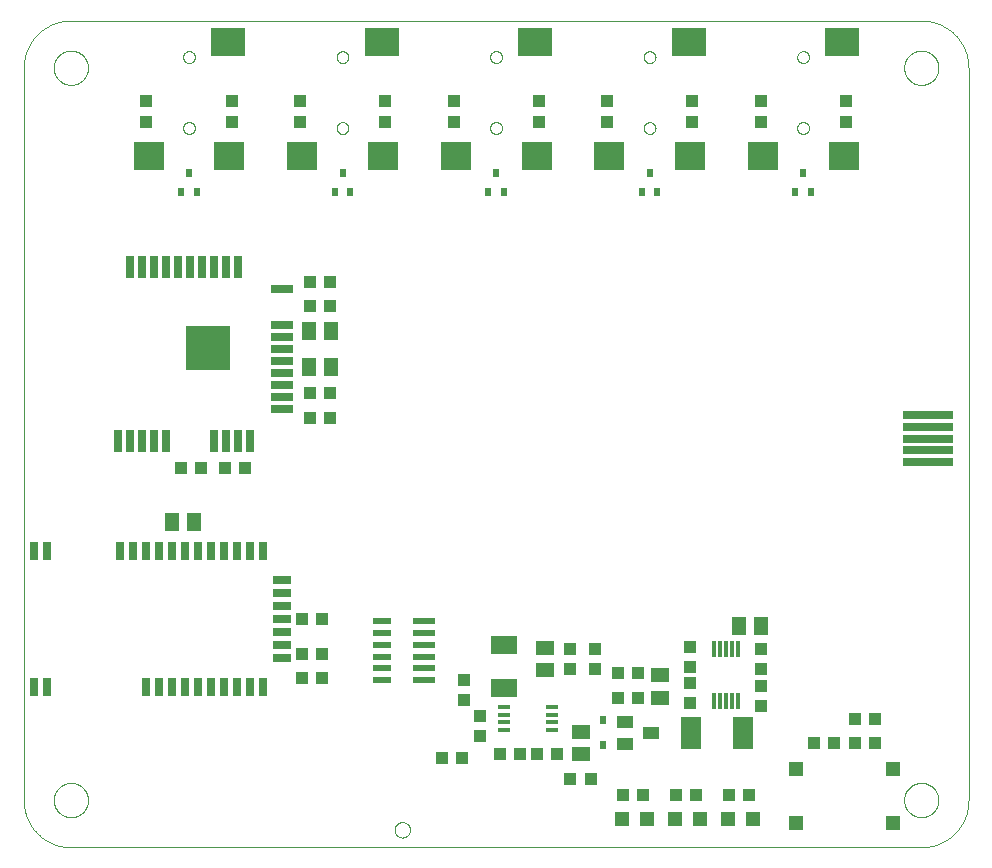
<source format=gbp>
G75*
%MOIN*%
%OFA0B0*%
%FSLAX25Y25*%
%IPPOS*%
%LPD*%
%AMOC8*
5,1,8,0,0,1.08239X$1,22.5*
%
%ADD10C,0.00000*%
%ADD11R,0.04331X0.03937*%
%ADD12R,0.05118X0.05906*%
%ADD13R,0.03937X0.04331*%
%ADD14R,0.05906X0.05118*%
%ADD15R,0.04724X0.04724*%
%ADD16R,0.02362X0.03150*%
%ADD17R,0.09055X0.05906*%
%ADD18R,0.07087X0.10630*%
%ADD19R,0.05512X0.03937*%
%ADD20R,0.05118X0.05118*%
%ADD21R,0.07480X0.02362*%
%ADD22R,0.06496X0.02362*%
%ADD23R,0.03937X0.01772*%
%ADD24R,0.01181X0.05512*%
%ADD25R,0.03150X0.07480*%
%ADD26R,0.07480X0.03150*%
%ADD27R,0.14567X0.14567*%
%ADD28R,0.02756X0.05906*%
%ADD29R,0.05906X0.02756*%
%ADD30R,0.11220X0.09449*%
%ADD31R,0.10433X0.09449*%
%ADD32R,0.16535X0.02756*%
D10*
X0017248Y0015345D02*
X0300713Y0015345D01*
X0295004Y0031093D02*
X0295006Y0031244D01*
X0295012Y0031394D01*
X0295022Y0031545D01*
X0295036Y0031695D01*
X0295054Y0031844D01*
X0295075Y0031994D01*
X0295101Y0032142D01*
X0295131Y0032290D01*
X0295164Y0032437D01*
X0295202Y0032583D01*
X0295243Y0032728D01*
X0295288Y0032872D01*
X0295337Y0033014D01*
X0295390Y0033155D01*
X0295446Y0033295D01*
X0295506Y0033433D01*
X0295569Y0033570D01*
X0295637Y0033705D01*
X0295707Y0033838D01*
X0295781Y0033969D01*
X0295859Y0034098D01*
X0295940Y0034225D01*
X0296024Y0034350D01*
X0296112Y0034473D01*
X0296203Y0034593D01*
X0296297Y0034711D01*
X0296394Y0034826D01*
X0296494Y0034939D01*
X0296597Y0035049D01*
X0296703Y0035156D01*
X0296812Y0035261D01*
X0296923Y0035362D01*
X0297037Y0035461D01*
X0297153Y0035556D01*
X0297273Y0035649D01*
X0297394Y0035738D01*
X0297518Y0035824D01*
X0297644Y0035907D01*
X0297772Y0035986D01*
X0297902Y0036062D01*
X0298034Y0036135D01*
X0298168Y0036203D01*
X0298304Y0036269D01*
X0298442Y0036331D01*
X0298581Y0036389D01*
X0298721Y0036443D01*
X0298863Y0036494D01*
X0299006Y0036541D01*
X0299151Y0036584D01*
X0299296Y0036623D01*
X0299443Y0036659D01*
X0299590Y0036690D01*
X0299738Y0036718D01*
X0299887Y0036742D01*
X0300036Y0036762D01*
X0300186Y0036778D01*
X0300336Y0036790D01*
X0300487Y0036798D01*
X0300638Y0036802D01*
X0300788Y0036802D01*
X0300939Y0036798D01*
X0301090Y0036790D01*
X0301240Y0036778D01*
X0301390Y0036762D01*
X0301539Y0036742D01*
X0301688Y0036718D01*
X0301836Y0036690D01*
X0301983Y0036659D01*
X0302130Y0036623D01*
X0302275Y0036584D01*
X0302420Y0036541D01*
X0302563Y0036494D01*
X0302705Y0036443D01*
X0302845Y0036389D01*
X0302984Y0036331D01*
X0303122Y0036269D01*
X0303258Y0036203D01*
X0303392Y0036135D01*
X0303524Y0036062D01*
X0303654Y0035986D01*
X0303782Y0035907D01*
X0303908Y0035824D01*
X0304032Y0035738D01*
X0304153Y0035649D01*
X0304273Y0035556D01*
X0304389Y0035461D01*
X0304503Y0035362D01*
X0304614Y0035261D01*
X0304723Y0035156D01*
X0304829Y0035049D01*
X0304932Y0034939D01*
X0305032Y0034826D01*
X0305129Y0034711D01*
X0305223Y0034593D01*
X0305314Y0034473D01*
X0305402Y0034350D01*
X0305486Y0034225D01*
X0305567Y0034098D01*
X0305645Y0033969D01*
X0305719Y0033838D01*
X0305789Y0033705D01*
X0305857Y0033570D01*
X0305920Y0033433D01*
X0305980Y0033295D01*
X0306036Y0033155D01*
X0306089Y0033014D01*
X0306138Y0032872D01*
X0306183Y0032728D01*
X0306224Y0032583D01*
X0306262Y0032437D01*
X0306295Y0032290D01*
X0306325Y0032142D01*
X0306351Y0031994D01*
X0306372Y0031844D01*
X0306390Y0031695D01*
X0306404Y0031545D01*
X0306414Y0031394D01*
X0306420Y0031244D01*
X0306422Y0031093D01*
X0306420Y0030942D01*
X0306414Y0030792D01*
X0306404Y0030641D01*
X0306390Y0030491D01*
X0306372Y0030342D01*
X0306351Y0030192D01*
X0306325Y0030044D01*
X0306295Y0029896D01*
X0306262Y0029749D01*
X0306224Y0029603D01*
X0306183Y0029458D01*
X0306138Y0029314D01*
X0306089Y0029172D01*
X0306036Y0029031D01*
X0305980Y0028891D01*
X0305920Y0028753D01*
X0305857Y0028616D01*
X0305789Y0028481D01*
X0305719Y0028348D01*
X0305645Y0028217D01*
X0305567Y0028088D01*
X0305486Y0027961D01*
X0305402Y0027836D01*
X0305314Y0027713D01*
X0305223Y0027593D01*
X0305129Y0027475D01*
X0305032Y0027360D01*
X0304932Y0027247D01*
X0304829Y0027137D01*
X0304723Y0027030D01*
X0304614Y0026925D01*
X0304503Y0026824D01*
X0304389Y0026725D01*
X0304273Y0026630D01*
X0304153Y0026537D01*
X0304032Y0026448D01*
X0303908Y0026362D01*
X0303782Y0026279D01*
X0303654Y0026200D01*
X0303524Y0026124D01*
X0303392Y0026051D01*
X0303258Y0025983D01*
X0303122Y0025917D01*
X0302984Y0025855D01*
X0302845Y0025797D01*
X0302705Y0025743D01*
X0302563Y0025692D01*
X0302420Y0025645D01*
X0302275Y0025602D01*
X0302130Y0025563D01*
X0301983Y0025527D01*
X0301836Y0025496D01*
X0301688Y0025468D01*
X0301539Y0025444D01*
X0301390Y0025424D01*
X0301240Y0025408D01*
X0301090Y0025396D01*
X0300939Y0025388D01*
X0300788Y0025384D01*
X0300638Y0025384D01*
X0300487Y0025388D01*
X0300336Y0025396D01*
X0300186Y0025408D01*
X0300036Y0025424D01*
X0299887Y0025444D01*
X0299738Y0025468D01*
X0299590Y0025496D01*
X0299443Y0025527D01*
X0299296Y0025563D01*
X0299151Y0025602D01*
X0299006Y0025645D01*
X0298863Y0025692D01*
X0298721Y0025743D01*
X0298581Y0025797D01*
X0298442Y0025855D01*
X0298304Y0025917D01*
X0298168Y0025983D01*
X0298034Y0026051D01*
X0297902Y0026124D01*
X0297772Y0026200D01*
X0297644Y0026279D01*
X0297518Y0026362D01*
X0297394Y0026448D01*
X0297273Y0026537D01*
X0297153Y0026630D01*
X0297037Y0026725D01*
X0296923Y0026824D01*
X0296812Y0026925D01*
X0296703Y0027030D01*
X0296597Y0027137D01*
X0296494Y0027247D01*
X0296394Y0027360D01*
X0296297Y0027475D01*
X0296203Y0027593D01*
X0296112Y0027713D01*
X0296024Y0027836D01*
X0295940Y0027961D01*
X0295859Y0028088D01*
X0295781Y0028217D01*
X0295707Y0028348D01*
X0295637Y0028481D01*
X0295569Y0028616D01*
X0295506Y0028753D01*
X0295446Y0028891D01*
X0295390Y0029031D01*
X0295337Y0029172D01*
X0295288Y0029314D01*
X0295243Y0029458D01*
X0295202Y0029603D01*
X0295164Y0029749D01*
X0295131Y0029896D01*
X0295101Y0030044D01*
X0295075Y0030192D01*
X0295054Y0030342D01*
X0295036Y0030491D01*
X0295022Y0030641D01*
X0295012Y0030792D01*
X0295006Y0030942D01*
X0295004Y0031093D01*
X0300713Y0015345D02*
X0301094Y0015350D01*
X0301474Y0015363D01*
X0301854Y0015386D01*
X0302233Y0015419D01*
X0302611Y0015460D01*
X0302988Y0015510D01*
X0303364Y0015570D01*
X0303739Y0015638D01*
X0304111Y0015716D01*
X0304482Y0015803D01*
X0304850Y0015898D01*
X0305216Y0016003D01*
X0305579Y0016116D01*
X0305940Y0016238D01*
X0306297Y0016368D01*
X0306651Y0016508D01*
X0307002Y0016655D01*
X0307349Y0016812D01*
X0307692Y0016976D01*
X0308031Y0017149D01*
X0308366Y0017330D01*
X0308697Y0017519D01*
X0309022Y0017716D01*
X0309343Y0017920D01*
X0309659Y0018133D01*
X0309969Y0018353D01*
X0310275Y0018580D01*
X0310574Y0018815D01*
X0310868Y0019057D01*
X0311156Y0019305D01*
X0311438Y0019561D01*
X0311713Y0019824D01*
X0311982Y0020093D01*
X0312245Y0020368D01*
X0312501Y0020650D01*
X0312749Y0020938D01*
X0312991Y0021232D01*
X0313226Y0021531D01*
X0313453Y0021837D01*
X0313673Y0022147D01*
X0313886Y0022463D01*
X0314090Y0022784D01*
X0314287Y0023109D01*
X0314476Y0023440D01*
X0314657Y0023775D01*
X0314830Y0024114D01*
X0314994Y0024457D01*
X0315151Y0024804D01*
X0315298Y0025155D01*
X0315438Y0025509D01*
X0315568Y0025866D01*
X0315690Y0026227D01*
X0315803Y0026590D01*
X0315908Y0026956D01*
X0316003Y0027324D01*
X0316090Y0027695D01*
X0316168Y0028067D01*
X0316236Y0028442D01*
X0316296Y0028818D01*
X0316346Y0029195D01*
X0316387Y0029573D01*
X0316420Y0029952D01*
X0316443Y0030332D01*
X0316456Y0030712D01*
X0316461Y0031093D01*
X0316461Y0275187D01*
X0295004Y0275187D02*
X0295006Y0275338D01*
X0295012Y0275488D01*
X0295022Y0275639D01*
X0295036Y0275789D01*
X0295054Y0275938D01*
X0295075Y0276088D01*
X0295101Y0276236D01*
X0295131Y0276384D01*
X0295164Y0276531D01*
X0295202Y0276677D01*
X0295243Y0276822D01*
X0295288Y0276966D01*
X0295337Y0277108D01*
X0295390Y0277249D01*
X0295446Y0277389D01*
X0295506Y0277527D01*
X0295569Y0277664D01*
X0295637Y0277799D01*
X0295707Y0277932D01*
X0295781Y0278063D01*
X0295859Y0278192D01*
X0295940Y0278319D01*
X0296024Y0278444D01*
X0296112Y0278567D01*
X0296203Y0278687D01*
X0296297Y0278805D01*
X0296394Y0278920D01*
X0296494Y0279033D01*
X0296597Y0279143D01*
X0296703Y0279250D01*
X0296812Y0279355D01*
X0296923Y0279456D01*
X0297037Y0279555D01*
X0297153Y0279650D01*
X0297273Y0279743D01*
X0297394Y0279832D01*
X0297518Y0279918D01*
X0297644Y0280001D01*
X0297772Y0280080D01*
X0297902Y0280156D01*
X0298034Y0280229D01*
X0298168Y0280297D01*
X0298304Y0280363D01*
X0298442Y0280425D01*
X0298581Y0280483D01*
X0298721Y0280537D01*
X0298863Y0280588D01*
X0299006Y0280635D01*
X0299151Y0280678D01*
X0299296Y0280717D01*
X0299443Y0280753D01*
X0299590Y0280784D01*
X0299738Y0280812D01*
X0299887Y0280836D01*
X0300036Y0280856D01*
X0300186Y0280872D01*
X0300336Y0280884D01*
X0300487Y0280892D01*
X0300638Y0280896D01*
X0300788Y0280896D01*
X0300939Y0280892D01*
X0301090Y0280884D01*
X0301240Y0280872D01*
X0301390Y0280856D01*
X0301539Y0280836D01*
X0301688Y0280812D01*
X0301836Y0280784D01*
X0301983Y0280753D01*
X0302130Y0280717D01*
X0302275Y0280678D01*
X0302420Y0280635D01*
X0302563Y0280588D01*
X0302705Y0280537D01*
X0302845Y0280483D01*
X0302984Y0280425D01*
X0303122Y0280363D01*
X0303258Y0280297D01*
X0303392Y0280229D01*
X0303524Y0280156D01*
X0303654Y0280080D01*
X0303782Y0280001D01*
X0303908Y0279918D01*
X0304032Y0279832D01*
X0304153Y0279743D01*
X0304273Y0279650D01*
X0304389Y0279555D01*
X0304503Y0279456D01*
X0304614Y0279355D01*
X0304723Y0279250D01*
X0304829Y0279143D01*
X0304932Y0279033D01*
X0305032Y0278920D01*
X0305129Y0278805D01*
X0305223Y0278687D01*
X0305314Y0278567D01*
X0305402Y0278444D01*
X0305486Y0278319D01*
X0305567Y0278192D01*
X0305645Y0278063D01*
X0305719Y0277932D01*
X0305789Y0277799D01*
X0305857Y0277664D01*
X0305920Y0277527D01*
X0305980Y0277389D01*
X0306036Y0277249D01*
X0306089Y0277108D01*
X0306138Y0276966D01*
X0306183Y0276822D01*
X0306224Y0276677D01*
X0306262Y0276531D01*
X0306295Y0276384D01*
X0306325Y0276236D01*
X0306351Y0276088D01*
X0306372Y0275938D01*
X0306390Y0275789D01*
X0306404Y0275639D01*
X0306414Y0275488D01*
X0306420Y0275338D01*
X0306422Y0275187D01*
X0306420Y0275036D01*
X0306414Y0274886D01*
X0306404Y0274735D01*
X0306390Y0274585D01*
X0306372Y0274436D01*
X0306351Y0274286D01*
X0306325Y0274138D01*
X0306295Y0273990D01*
X0306262Y0273843D01*
X0306224Y0273697D01*
X0306183Y0273552D01*
X0306138Y0273408D01*
X0306089Y0273266D01*
X0306036Y0273125D01*
X0305980Y0272985D01*
X0305920Y0272847D01*
X0305857Y0272710D01*
X0305789Y0272575D01*
X0305719Y0272442D01*
X0305645Y0272311D01*
X0305567Y0272182D01*
X0305486Y0272055D01*
X0305402Y0271930D01*
X0305314Y0271807D01*
X0305223Y0271687D01*
X0305129Y0271569D01*
X0305032Y0271454D01*
X0304932Y0271341D01*
X0304829Y0271231D01*
X0304723Y0271124D01*
X0304614Y0271019D01*
X0304503Y0270918D01*
X0304389Y0270819D01*
X0304273Y0270724D01*
X0304153Y0270631D01*
X0304032Y0270542D01*
X0303908Y0270456D01*
X0303782Y0270373D01*
X0303654Y0270294D01*
X0303524Y0270218D01*
X0303392Y0270145D01*
X0303258Y0270077D01*
X0303122Y0270011D01*
X0302984Y0269949D01*
X0302845Y0269891D01*
X0302705Y0269837D01*
X0302563Y0269786D01*
X0302420Y0269739D01*
X0302275Y0269696D01*
X0302130Y0269657D01*
X0301983Y0269621D01*
X0301836Y0269590D01*
X0301688Y0269562D01*
X0301539Y0269538D01*
X0301390Y0269518D01*
X0301240Y0269502D01*
X0301090Y0269490D01*
X0300939Y0269482D01*
X0300788Y0269478D01*
X0300638Y0269478D01*
X0300487Y0269482D01*
X0300336Y0269490D01*
X0300186Y0269502D01*
X0300036Y0269518D01*
X0299887Y0269538D01*
X0299738Y0269562D01*
X0299590Y0269590D01*
X0299443Y0269621D01*
X0299296Y0269657D01*
X0299151Y0269696D01*
X0299006Y0269739D01*
X0298863Y0269786D01*
X0298721Y0269837D01*
X0298581Y0269891D01*
X0298442Y0269949D01*
X0298304Y0270011D01*
X0298168Y0270077D01*
X0298034Y0270145D01*
X0297902Y0270218D01*
X0297772Y0270294D01*
X0297644Y0270373D01*
X0297518Y0270456D01*
X0297394Y0270542D01*
X0297273Y0270631D01*
X0297153Y0270724D01*
X0297037Y0270819D01*
X0296923Y0270918D01*
X0296812Y0271019D01*
X0296703Y0271124D01*
X0296597Y0271231D01*
X0296494Y0271341D01*
X0296394Y0271454D01*
X0296297Y0271569D01*
X0296203Y0271687D01*
X0296112Y0271807D01*
X0296024Y0271930D01*
X0295940Y0272055D01*
X0295859Y0272182D01*
X0295781Y0272311D01*
X0295707Y0272442D01*
X0295637Y0272575D01*
X0295569Y0272710D01*
X0295506Y0272847D01*
X0295446Y0272985D01*
X0295390Y0273125D01*
X0295337Y0273266D01*
X0295288Y0273408D01*
X0295243Y0273552D01*
X0295202Y0273697D01*
X0295164Y0273843D01*
X0295131Y0273990D01*
X0295101Y0274138D01*
X0295075Y0274286D01*
X0295054Y0274436D01*
X0295036Y0274585D01*
X0295022Y0274735D01*
X0295012Y0274886D01*
X0295006Y0275036D01*
X0295004Y0275187D01*
X0300713Y0290935D02*
X0301094Y0290930D01*
X0301474Y0290917D01*
X0301854Y0290894D01*
X0302233Y0290861D01*
X0302611Y0290820D01*
X0302988Y0290770D01*
X0303364Y0290710D01*
X0303739Y0290642D01*
X0304111Y0290564D01*
X0304482Y0290477D01*
X0304850Y0290382D01*
X0305216Y0290277D01*
X0305579Y0290164D01*
X0305940Y0290042D01*
X0306297Y0289912D01*
X0306651Y0289772D01*
X0307002Y0289625D01*
X0307349Y0289468D01*
X0307692Y0289304D01*
X0308031Y0289131D01*
X0308366Y0288950D01*
X0308697Y0288761D01*
X0309022Y0288564D01*
X0309343Y0288360D01*
X0309659Y0288147D01*
X0309969Y0287927D01*
X0310275Y0287700D01*
X0310574Y0287465D01*
X0310868Y0287223D01*
X0311156Y0286975D01*
X0311438Y0286719D01*
X0311713Y0286456D01*
X0311982Y0286187D01*
X0312245Y0285912D01*
X0312501Y0285630D01*
X0312749Y0285342D01*
X0312991Y0285048D01*
X0313226Y0284749D01*
X0313453Y0284443D01*
X0313673Y0284133D01*
X0313886Y0283817D01*
X0314090Y0283496D01*
X0314287Y0283171D01*
X0314476Y0282840D01*
X0314657Y0282505D01*
X0314830Y0282166D01*
X0314994Y0281823D01*
X0315151Y0281476D01*
X0315298Y0281125D01*
X0315438Y0280771D01*
X0315568Y0280414D01*
X0315690Y0280053D01*
X0315803Y0279690D01*
X0315908Y0279324D01*
X0316003Y0278956D01*
X0316090Y0278585D01*
X0316168Y0278213D01*
X0316236Y0277838D01*
X0316296Y0277462D01*
X0316346Y0277085D01*
X0316387Y0276707D01*
X0316420Y0276328D01*
X0316443Y0275948D01*
X0316456Y0275568D01*
X0316461Y0275187D01*
X0300713Y0290935D02*
X0017248Y0290935D01*
X0011539Y0275187D02*
X0011541Y0275338D01*
X0011547Y0275488D01*
X0011557Y0275639D01*
X0011571Y0275789D01*
X0011589Y0275938D01*
X0011610Y0276088D01*
X0011636Y0276236D01*
X0011666Y0276384D01*
X0011699Y0276531D01*
X0011737Y0276677D01*
X0011778Y0276822D01*
X0011823Y0276966D01*
X0011872Y0277108D01*
X0011925Y0277249D01*
X0011981Y0277389D01*
X0012041Y0277527D01*
X0012104Y0277664D01*
X0012172Y0277799D01*
X0012242Y0277932D01*
X0012316Y0278063D01*
X0012394Y0278192D01*
X0012475Y0278319D01*
X0012559Y0278444D01*
X0012647Y0278567D01*
X0012738Y0278687D01*
X0012832Y0278805D01*
X0012929Y0278920D01*
X0013029Y0279033D01*
X0013132Y0279143D01*
X0013238Y0279250D01*
X0013347Y0279355D01*
X0013458Y0279456D01*
X0013572Y0279555D01*
X0013688Y0279650D01*
X0013808Y0279743D01*
X0013929Y0279832D01*
X0014053Y0279918D01*
X0014179Y0280001D01*
X0014307Y0280080D01*
X0014437Y0280156D01*
X0014569Y0280229D01*
X0014703Y0280297D01*
X0014839Y0280363D01*
X0014977Y0280425D01*
X0015116Y0280483D01*
X0015256Y0280537D01*
X0015398Y0280588D01*
X0015541Y0280635D01*
X0015686Y0280678D01*
X0015831Y0280717D01*
X0015978Y0280753D01*
X0016125Y0280784D01*
X0016273Y0280812D01*
X0016422Y0280836D01*
X0016571Y0280856D01*
X0016721Y0280872D01*
X0016871Y0280884D01*
X0017022Y0280892D01*
X0017173Y0280896D01*
X0017323Y0280896D01*
X0017474Y0280892D01*
X0017625Y0280884D01*
X0017775Y0280872D01*
X0017925Y0280856D01*
X0018074Y0280836D01*
X0018223Y0280812D01*
X0018371Y0280784D01*
X0018518Y0280753D01*
X0018665Y0280717D01*
X0018810Y0280678D01*
X0018955Y0280635D01*
X0019098Y0280588D01*
X0019240Y0280537D01*
X0019380Y0280483D01*
X0019519Y0280425D01*
X0019657Y0280363D01*
X0019793Y0280297D01*
X0019927Y0280229D01*
X0020059Y0280156D01*
X0020189Y0280080D01*
X0020317Y0280001D01*
X0020443Y0279918D01*
X0020567Y0279832D01*
X0020688Y0279743D01*
X0020808Y0279650D01*
X0020924Y0279555D01*
X0021038Y0279456D01*
X0021149Y0279355D01*
X0021258Y0279250D01*
X0021364Y0279143D01*
X0021467Y0279033D01*
X0021567Y0278920D01*
X0021664Y0278805D01*
X0021758Y0278687D01*
X0021849Y0278567D01*
X0021937Y0278444D01*
X0022021Y0278319D01*
X0022102Y0278192D01*
X0022180Y0278063D01*
X0022254Y0277932D01*
X0022324Y0277799D01*
X0022392Y0277664D01*
X0022455Y0277527D01*
X0022515Y0277389D01*
X0022571Y0277249D01*
X0022624Y0277108D01*
X0022673Y0276966D01*
X0022718Y0276822D01*
X0022759Y0276677D01*
X0022797Y0276531D01*
X0022830Y0276384D01*
X0022860Y0276236D01*
X0022886Y0276088D01*
X0022907Y0275938D01*
X0022925Y0275789D01*
X0022939Y0275639D01*
X0022949Y0275488D01*
X0022955Y0275338D01*
X0022957Y0275187D01*
X0022955Y0275036D01*
X0022949Y0274886D01*
X0022939Y0274735D01*
X0022925Y0274585D01*
X0022907Y0274436D01*
X0022886Y0274286D01*
X0022860Y0274138D01*
X0022830Y0273990D01*
X0022797Y0273843D01*
X0022759Y0273697D01*
X0022718Y0273552D01*
X0022673Y0273408D01*
X0022624Y0273266D01*
X0022571Y0273125D01*
X0022515Y0272985D01*
X0022455Y0272847D01*
X0022392Y0272710D01*
X0022324Y0272575D01*
X0022254Y0272442D01*
X0022180Y0272311D01*
X0022102Y0272182D01*
X0022021Y0272055D01*
X0021937Y0271930D01*
X0021849Y0271807D01*
X0021758Y0271687D01*
X0021664Y0271569D01*
X0021567Y0271454D01*
X0021467Y0271341D01*
X0021364Y0271231D01*
X0021258Y0271124D01*
X0021149Y0271019D01*
X0021038Y0270918D01*
X0020924Y0270819D01*
X0020808Y0270724D01*
X0020688Y0270631D01*
X0020567Y0270542D01*
X0020443Y0270456D01*
X0020317Y0270373D01*
X0020189Y0270294D01*
X0020059Y0270218D01*
X0019927Y0270145D01*
X0019793Y0270077D01*
X0019657Y0270011D01*
X0019519Y0269949D01*
X0019380Y0269891D01*
X0019240Y0269837D01*
X0019098Y0269786D01*
X0018955Y0269739D01*
X0018810Y0269696D01*
X0018665Y0269657D01*
X0018518Y0269621D01*
X0018371Y0269590D01*
X0018223Y0269562D01*
X0018074Y0269538D01*
X0017925Y0269518D01*
X0017775Y0269502D01*
X0017625Y0269490D01*
X0017474Y0269482D01*
X0017323Y0269478D01*
X0017173Y0269478D01*
X0017022Y0269482D01*
X0016871Y0269490D01*
X0016721Y0269502D01*
X0016571Y0269518D01*
X0016422Y0269538D01*
X0016273Y0269562D01*
X0016125Y0269590D01*
X0015978Y0269621D01*
X0015831Y0269657D01*
X0015686Y0269696D01*
X0015541Y0269739D01*
X0015398Y0269786D01*
X0015256Y0269837D01*
X0015116Y0269891D01*
X0014977Y0269949D01*
X0014839Y0270011D01*
X0014703Y0270077D01*
X0014569Y0270145D01*
X0014437Y0270218D01*
X0014307Y0270294D01*
X0014179Y0270373D01*
X0014053Y0270456D01*
X0013929Y0270542D01*
X0013808Y0270631D01*
X0013688Y0270724D01*
X0013572Y0270819D01*
X0013458Y0270918D01*
X0013347Y0271019D01*
X0013238Y0271124D01*
X0013132Y0271231D01*
X0013029Y0271341D01*
X0012929Y0271454D01*
X0012832Y0271569D01*
X0012738Y0271687D01*
X0012647Y0271807D01*
X0012559Y0271930D01*
X0012475Y0272055D01*
X0012394Y0272182D01*
X0012316Y0272311D01*
X0012242Y0272442D01*
X0012172Y0272575D01*
X0012104Y0272710D01*
X0012041Y0272847D01*
X0011981Y0272985D01*
X0011925Y0273125D01*
X0011872Y0273266D01*
X0011823Y0273408D01*
X0011778Y0273552D01*
X0011737Y0273697D01*
X0011699Y0273843D01*
X0011666Y0273990D01*
X0011636Y0274138D01*
X0011610Y0274286D01*
X0011589Y0274436D01*
X0011571Y0274585D01*
X0011557Y0274735D01*
X0011547Y0274886D01*
X0011541Y0275036D01*
X0011539Y0275187D01*
X0001500Y0275187D02*
X0001505Y0275568D01*
X0001518Y0275948D01*
X0001541Y0276328D01*
X0001574Y0276707D01*
X0001615Y0277085D01*
X0001665Y0277462D01*
X0001725Y0277838D01*
X0001793Y0278213D01*
X0001871Y0278585D01*
X0001958Y0278956D01*
X0002053Y0279324D01*
X0002158Y0279690D01*
X0002271Y0280053D01*
X0002393Y0280414D01*
X0002523Y0280771D01*
X0002663Y0281125D01*
X0002810Y0281476D01*
X0002967Y0281823D01*
X0003131Y0282166D01*
X0003304Y0282505D01*
X0003485Y0282840D01*
X0003674Y0283171D01*
X0003871Y0283496D01*
X0004075Y0283817D01*
X0004288Y0284133D01*
X0004508Y0284443D01*
X0004735Y0284749D01*
X0004970Y0285048D01*
X0005212Y0285342D01*
X0005460Y0285630D01*
X0005716Y0285912D01*
X0005979Y0286187D01*
X0006248Y0286456D01*
X0006523Y0286719D01*
X0006805Y0286975D01*
X0007093Y0287223D01*
X0007387Y0287465D01*
X0007686Y0287700D01*
X0007992Y0287927D01*
X0008302Y0288147D01*
X0008618Y0288360D01*
X0008939Y0288564D01*
X0009264Y0288761D01*
X0009595Y0288950D01*
X0009930Y0289131D01*
X0010269Y0289304D01*
X0010612Y0289468D01*
X0010959Y0289625D01*
X0011310Y0289772D01*
X0011664Y0289912D01*
X0012021Y0290042D01*
X0012382Y0290164D01*
X0012745Y0290277D01*
X0013111Y0290382D01*
X0013479Y0290477D01*
X0013850Y0290564D01*
X0014222Y0290642D01*
X0014597Y0290710D01*
X0014973Y0290770D01*
X0015350Y0290820D01*
X0015728Y0290861D01*
X0016107Y0290894D01*
X0016487Y0290917D01*
X0016867Y0290930D01*
X0017248Y0290935D01*
X0001500Y0275187D02*
X0001500Y0031093D01*
X0011539Y0031093D02*
X0011541Y0031244D01*
X0011547Y0031394D01*
X0011557Y0031545D01*
X0011571Y0031695D01*
X0011589Y0031844D01*
X0011610Y0031994D01*
X0011636Y0032142D01*
X0011666Y0032290D01*
X0011699Y0032437D01*
X0011737Y0032583D01*
X0011778Y0032728D01*
X0011823Y0032872D01*
X0011872Y0033014D01*
X0011925Y0033155D01*
X0011981Y0033295D01*
X0012041Y0033433D01*
X0012104Y0033570D01*
X0012172Y0033705D01*
X0012242Y0033838D01*
X0012316Y0033969D01*
X0012394Y0034098D01*
X0012475Y0034225D01*
X0012559Y0034350D01*
X0012647Y0034473D01*
X0012738Y0034593D01*
X0012832Y0034711D01*
X0012929Y0034826D01*
X0013029Y0034939D01*
X0013132Y0035049D01*
X0013238Y0035156D01*
X0013347Y0035261D01*
X0013458Y0035362D01*
X0013572Y0035461D01*
X0013688Y0035556D01*
X0013808Y0035649D01*
X0013929Y0035738D01*
X0014053Y0035824D01*
X0014179Y0035907D01*
X0014307Y0035986D01*
X0014437Y0036062D01*
X0014569Y0036135D01*
X0014703Y0036203D01*
X0014839Y0036269D01*
X0014977Y0036331D01*
X0015116Y0036389D01*
X0015256Y0036443D01*
X0015398Y0036494D01*
X0015541Y0036541D01*
X0015686Y0036584D01*
X0015831Y0036623D01*
X0015978Y0036659D01*
X0016125Y0036690D01*
X0016273Y0036718D01*
X0016422Y0036742D01*
X0016571Y0036762D01*
X0016721Y0036778D01*
X0016871Y0036790D01*
X0017022Y0036798D01*
X0017173Y0036802D01*
X0017323Y0036802D01*
X0017474Y0036798D01*
X0017625Y0036790D01*
X0017775Y0036778D01*
X0017925Y0036762D01*
X0018074Y0036742D01*
X0018223Y0036718D01*
X0018371Y0036690D01*
X0018518Y0036659D01*
X0018665Y0036623D01*
X0018810Y0036584D01*
X0018955Y0036541D01*
X0019098Y0036494D01*
X0019240Y0036443D01*
X0019380Y0036389D01*
X0019519Y0036331D01*
X0019657Y0036269D01*
X0019793Y0036203D01*
X0019927Y0036135D01*
X0020059Y0036062D01*
X0020189Y0035986D01*
X0020317Y0035907D01*
X0020443Y0035824D01*
X0020567Y0035738D01*
X0020688Y0035649D01*
X0020808Y0035556D01*
X0020924Y0035461D01*
X0021038Y0035362D01*
X0021149Y0035261D01*
X0021258Y0035156D01*
X0021364Y0035049D01*
X0021467Y0034939D01*
X0021567Y0034826D01*
X0021664Y0034711D01*
X0021758Y0034593D01*
X0021849Y0034473D01*
X0021937Y0034350D01*
X0022021Y0034225D01*
X0022102Y0034098D01*
X0022180Y0033969D01*
X0022254Y0033838D01*
X0022324Y0033705D01*
X0022392Y0033570D01*
X0022455Y0033433D01*
X0022515Y0033295D01*
X0022571Y0033155D01*
X0022624Y0033014D01*
X0022673Y0032872D01*
X0022718Y0032728D01*
X0022759Y0032583D01*
X0022797Y0032437D01*
X0022830Y0032290D01*
X0022860Y0032142D01*
X0022886Y0031994D01*
X0022907Y0031844D01*
X0022925Y0031695D01*
X0022939Y0031545D01*
X0022949Y0031394D01*
X0022955Y0031244D01*
X0022957Y0031093D01*
X0022955Y0030942D01*
X0022949Y0030792D01*
X0022939Y0030641D01*
X0022925Y0030491D01*
X0022907Y0030342D01*
X0022886Y0030192D01*
X0022860Y0030044D01*
X0022830Y0029896D01*
X0022797Y0029749D01*
X0022759Y0029603D01*
X0022718Y0029458D01*
X0022673Y0029314D01*
X0022624Y0029172D01*
X0022571Y0029031D01*
X0022515Y0028891D01*
X0022455Y0028753D01*
X0022392Y0028616D01*
X0022324Y0028481D01*
X0022254Y0028348D01*
X0022180Y0028217D01*
X0022102Y0028088D01*
X0022021Y0027961D01*
X0021937Y0027836D01*
X0021849Y0027713D01*
X0021758Y0027593D01*
X0021664Y0027475D01*
X0021567Y0027360D01*
X0021467Y0027247D01*
X0021364Y0027137D01*
X0021258Y0027030D01*
X0021149Y0026925D01*
X0021038Y0026824D01*
X0020924Y0026725D01*
X0020808Y0026630D01*
X0020688Y0026537D01*
X0020567Y0026448D01*
X0020443Y0026362D01*
X0020317Y0026279D01*
X0020189Y0026200D01*
X0020059Y0026124D01*
X0019927Y0026051D01*
X0019793Y0025983D01*
X0019657Y0025917D01*
X0019519Y0025855D01*
X0019380Y0025797D01*
X0019240Y0025743D01*
X0019098Y0025692D01*
X0018955Y0025645D01*
X0018810Y0025602D01*
X0018665Y0025563D01*
X0018518Y0025527D01*
X0018371Y0025496D01*
X0018223Y0025468D01*
X0018074Y0025444D01*
X0017925Y0025424D01*
X0017775Y0025408D01*
X0017625Y0025396D01*
X0017474Y0025388D01*
X0017323Y0025384D01*
X0017173Y0025384D01*
X0017022Y0025388D01*
X0016871Y0025396D01*
X0016721Y0025408D01*
X0016571Y0025424D01*
X0016422Y0025444D01*
X0016273Y0025468D01*
X0016125Y0025496D01*
X0015978Y0025527D01*
X0015831Y0025563D01*
X0015686Y0025602D01*
X0015541Y0025645D01*
X0015398Y0025692D01*
X0015256Y0025743D01*
X0015116Y0025797D01*
X0014977Y0025855D01*
X0014839Y0025917D01*
X0014703Y0025983D01*
X0014569Y0026051D01*
X0014437Y0026124D01*
X0014307Y0026200D01*
X0014179Y0026279D01*
X0014053Y0026362D01*
X0013929Y0026448D01*
X0013808Y0026537D01*
X0013688Y0026630D01*
X0013572Y0026725D01*
X0013458Y0026824D01*
X0013347Y0026925D01*
X0013238Y0027030D01*
X0013132Y0027137D01*
X0013029Y0027247D01*
X0012929Y0027360D01*
X0012832Y0027475D01*
X0012738Y0027593D01*
X0012647Y0027713D01*
X0012559Y0027836D01*
X0012475Y0027961D01*
X0012394Y0028088D01*
X0012316Y0028217D01*
X0012242Y0028348D01*
X0012172Y0028481D01*
X0012104Y0028616D01*
X0012041Y0028753D01*
X0011981Y0028891D01*
X0011925Y0029031D01*
X0011872Y0029172D01*
X0011823Y0029314D01*
X0011778Y0029458D01*
X0011737Y0029603D01*
X0011699Y0029749D01*
X0011666Y0029896D01*
X0011636Y0030044D01*
X0011610Y0030192D01*
X0011589Y0030342D01*
X0011571Y0030491D01*
X0011557Y0030641D01*
X0011547Y0030792D01*
X0011541Y0030942D01*
X0011539Y0031093D01*
X0001500Y0031093D02*
X0001505Y0030712D01*
X0001518Y0030332D01*
X0001541Y0029952D01*
X0001574Y0029573D01*
X0001615Y0029195D01*
X0001665Y0028818D01*
X0001725Y0028442D01*
X0001793Y0028067D01*
X0001871Y0027695D01*
X0001958Y0027324D01*
X0002053Y0026956D01*
X0002158Y0026590D01*
X0002271Y0026227D01*
X0002393Y0025866D01*
X0002523Y0025509D01*
X0002663Y0025155D01*
X0002810Y0024804D01*
X0002967Y0024457D01*
X0003131Y0024114D01*
X0003304Y0023775D01*
X0003485Y0023440D01*
X0003674Y0023109D01*
X0003871Y0022784D01*
X0004075Y0022463D01*
X0004288Y0022147D01*
X0004508Y0021837D01*
X0004735Y0021531D01*
X0004970Y0021232D01*
X0005212Y0020938D01*
X0005460Y0020650D01*
X0005716Y0020368D01*
X0005979Y0020093D01*
X0006248Y0019824D01*
X0006523Y0019561D01*
X0006805Y0019305D01*
X0007093Y0019057D01*
X0007387Y0018815D01*
X0007686Y0018580D01*
X0007992Y0018353D01*
X0008302Y0018133D01*
X0008618Y0017920D01*
X0008939Y0017716D01*
X0009264Y0017519D01*
X0009595Y0017330D01*
X0009930Y0017149D01*
X0010269Y0016976D01*
X0010612Y0016812D01*
X0010959Y0016655D01*
X0011310Y0016508D01*
X0011664Y0016368D01*
X0012021Y0016238D01*
X0012382Y0016116D01*
X0012745Y0016003D01*
X0013111Y0015898D01*
X0013479Y0015803D01*
X0013850Y0015716D01*
X0014222Y0015638D01*
X0014597Y0015570D01*
X0014973Y0015510D01*
X0015350Y0015460D01*
X0015728Y0015419D01*
X0016107Y0015386D01*
X0016487Y0015363D01*
X0016867Y0015350D01*
X0017248Y0015345D01*
X0125161Y0021171D02*
X0125163Y0021272D01*
X0125169Y0021373D01*
X0125179Y0021474D01*
X0125193Y0021574D01*
X0125211Y0021673D01*
X0125233Y0021772D01*
X0125258Y0021870D01*
X0125288Y0021967D01*
X0125321Y0022062D01*
X0125358Y0022156D01*
X0125399Y0022249D01*
X0125443Y0022340D01*
X0125491Y0022429D01*
X0125543Y0022516D01*
X0125598Y0022601D01*
X0125656Y0022683D01*
X0125717Y0022764D01*
X0125782Y0022842D01*
X0125849Y0022917D01*
X0125919Y0022989D01*
X0125993Y0023059D01*
X0126069Y0023126D01*
X0126147Y0023190D01*
X0126228Y0023250D01*
X0126311Y0023307D01*
X0126397Y0023361D01*
X0126485Y0023412D01*
X0126574Y0023459D01*
X0126665Y0023503D01*
X0126758Y0023542D01*
X0126853Y0023579D01*
X0126948Y0023611D01*
X0127045Y0023640D01*
X0127144Y0023664D01*
X0127242Y0023685D01*
X0127342Y0023702D01*
X0127442Y0023715D01*
X0127543Y0023724D01*
X0127644Y0023729D01*
X0127745Y0023730D01*
X0127846Y0023727D01*
X0127947Y0023720D01*
X0128048Y0023709D01*
X0128148Y0023694D01*
X0128247Y0023675D01*
X0128346Y0023652D01*
X0128443Y0023626D01*
X0128540Y0023595D01*
X0128635Y0023561D01*
X0128728Y0023523D01*
X0128821Y0023481D01*
X0128911Y0023436D01*
X0129000Y0023387D01*
X0129086Y0023335D01*
X0129170Y0023279D01*
X0129253Y0023220D01*
X0129332Y0023158D01*
X0129410Y0023093D01*
X0129484Y0023025D01*
X0129556Y0022953D01*
X0129625Y0022880D01*
X0129691Y0022803D01*
X0129754Y0022724D01*
X0129814Y0022642D01*
X0129870Y0022558D01*
X0129923Y0022472D01*
X0129973Y0022384D01*
X0130019Y0022294D01*
X0130062Y0022203D01*
X0130101Y0022109D01*
X0130136Y0022014D01*
X0130167Y0021918D01*
X0130195Y0021821D01*
X0130219Y0021723D01*
X0130239Y0021624D01*
X0130255Y0021524D01*
X0130267Y0021423D01*
X0130275Y0021323D01*
X0130279Y0021222D01*
X0130279Y0021120D01*
X0130275Y0021019D01*
X0130267Y0020919D01*
X0130255Y0020818D01*
X0130239Y0020718D01*
X0130219Y0020619D01*
X0130195Y0020521D01*
X0130167Y0020424D01*
X0130136Y0020328D01*
X0130101Y0020233D01*
X0130062Y0020139D01*
X0130019Y0020048D01*
X0129973Y0019958D01*
X0129923Y0019870D01*
X0129870Y0019784D01*
X0129814Y0019700D01*
X0129754Y0019618D01*
X0129691Y0019539D01*
X0129625Y0019462D01*
X0129556Y0019389D01*
X0129484Y0019317D01*
X0129410Y0019249D01*
X0129332Y0019184D01*
X0129253Y0019122D01*
X0129170Y0019063D01*
X0129086Y0019007D01*
X0128999Y0018955D01*
X0128911Y0018906D01*
X0128821Y0018861D01*
X0128728Y0018819D01*
X0128635Y0018781D01*
X0128540Y0018747D01*
X0128443Y0018716D01*
X0128346Y0018690D01*
X0128247Y0018667D01*
X0128148Y0018648D01*
X0128048Y0018633D01*
X0127947Y0018622D01*
X0127846Y0018615D01*
X0127745Y0018612D01*
X0127644Y0018613D01*
X0127543Y0018618D01*
X0127442Y0018627D01*
X0127342Y0018640D01*
X0127242Y0018657D01*
X0127144Y0018678D01*
X0127045Y0018702D01*
X0126948Y0018731D01*
X0126853Y0018763D01*
X0126758Y0018800D01*
X0126665Y0018839D01*
X0126574Y0018883D01*
X0126485Y0018930D01*
X0126397Y0018981D01*
X0126311Y0019035D01*
X0126228Y0019092D01*
X0126147Y0019152D01*
X0126069Y0019216D01*
X0125993Y0019283D01*
X0125919Y0019353D01*
X0125849Y0019425D01*
X0125782Y0019500D01*
X0125717Y0019578D01*
X0125656Y0019659D01*
X0125598Y0019741D01*
X0125543Y0019826D01*
X0125491Y0019913D01*
X0125443Y0020002D01*
X0125399Y0020093D01*
X0125358Y0020186D01*
X0125321Y0020280D01*
X0125288Y0020375D01*
X0125258Y0020472D01*
X0125233Y0020570D01*
X0125211Y0020669D01*
X0125193Y0020768D01*
X0125179Y0020868D01*
X0125169Y0020969D01*
X0125163Y0021070D01*
X0125161Y0021171D01*
X0105830Y0255108D02*
X0105832Y0255196D01*
X0105838Y0255284D01*
X0105848Y0255372D01*
X0105862Y0255460D01*
X0105879Y0255546D01*
X0105901Y0255632D01*
X0105926Y0255716D01*
X0105956Y0255800D01*
X0105988Y0255882D01*
X0106025Y0255962D01*
X0106065Y0256041D01*
X0106109Y0256118D01*
X0106156Y0256193D01*
X0106206Y0256265D01*
X0106260Y0256336D01*
X0106316Y0256403D01*
X0106376Y0256469D01*
X0106438Y0256531D01*
X0106504Y0256591D01*
X0106571Y0256647D01*
X0106642Y0256701D01*
X0106714Y0256751D01*
X0106789Y0256798D01*
X0106866Y0256842D01*
X0106945Y0256882D01*
X0107025Y0256919D01*
X0107107Y0256951D01*
X0107191Y0256981D01*
X0107275Y0257006D01*
X0107361Y0257028D01*
X0107447Y0257045D01*
X0107535Y0257059D01*
X0107623Y0257069D01*
X0107711Y0257075D01*
X0107799Y0257077D01*
X0107887Y0257075D01*
X0107975Y0257069D01*
X0108063Y0257059D01*
X0108151Y0257045D01*
X0108237Y0257028D01*
X0108323Y0257006D01*
X0108407Y0256981D01*
X0108491Y0256951D01*
X0108573Y0256919D01*
X0108653Y0256882D01*
X0108732Y0256842D01*
X0108809Y0256798D01*
X0108884Y0256751D01*
X0108956Y0256701D01*
X0109027Y0256647D01*
X0109094Y0256591D01*
X0109160Y0256531D01*
X0109222Y0256469D01*
X0109282Y0256403D01*
X0109338Y0256336D01*
X0109392Y0256265D01*
X0109442Y0256193D01*
X0109489Y0256118D01*
X0109533Y0256041D01*
X0109573Y0255962D01*
X0109610Y0255882D01*
X0109642Y0255800D01*
X0109672Y0255716D01*
X0109697Y0255632D01*
X0109719Y0255546D01*
X0109736Y0255460D01*
X0109750Y0255372D01*
X0109760Y0255284D01*
X0109766Y0255196D01*
X0109768Y0255108D01*
X0109766Y0255020D01*
X0109760Y0254932D01*
X0109750Y0254844D01*
X0109736Y0254756D01*
X0109719Y0254670D01*
X0109697Y0254584D01*
X0109672Y0254500D01*
X0109642Y0254416D01*
X0109610Y0254334D01*
X0109573Y0254254D01*
X0109533Y0254175D01*
X0109489Y0254098D01*
X0109442Y0254023D01*
X0109392Y0253951D01*
X0109338Y0253880D01*
X0109282Y0253813D01*
X0109222Y0253747D01*
X0109160Y0253685D01*
X0109094Y0253625D01*
X0109027Y0253569D01*
X0108956Y0253515D01*
X0108884Y0253465D01*
X0108809Y0253418D01*
X0108732Y0253374D01*
X0108653Y0253334D01*
X0108573Y0253297D01*
X0108491Y0253265D01*
X0108407Y0253235D01*
X0108323Y0253210D01*
X0108237Y0253188D01*
X0108151Y0253171D01*
X0108063Y0253157D01*
X0107975Y0253147D01*
X0107887Y0253141D01*
X0107799Y0253139D01*
X0107711Y0253141D01*
X0107623Y0253147D01*
X0107535Y0253157D01*
X0107447Y0253171D01*
X0107361Y0253188D01*
X0107275Y0253210D01*
X0107191Y0253235D01*
X0107107Y0253265D01*
X0107025Y0253297D01*
X0106945Y0253334D01*
X0106866Y0253374D01*
X0106789Y0253418D01*
X0106714Y0253465D01*
X0106642Y0253515D01*
X0106571Y0253569D01*
X0106504Y0253625D01*
X0106438Y0253685D01*
X0106376Y0253747D01*
X0106316Y0253813D01*
X0106260Y0253880D01*
X0106206Y0253951D01*
X0106156Y0254023D01*
X0106109Y0254098D01*
X0106065Y0254175D01*
X0106025Y0254254D01*
X0105988Y0254334D01*
X0105956Y0254416D01*
X0105926Y0254500D01*
X0105901Y0254584D01*
X0105879Y0254670D01*
X0105862Y0254756D01*
X0105848Y0254844D01*
X0105838Y0254932D01*
X0105832Y0255020D01*
X0105830Y0255108D01*
X0105830Y0278731D02*
X0105832Y0278819D01*
X0105838Y0278907D01*
X0105848Y0278995D01*
X0105862Y0279083D01*
X0105879Y0279169D01*
X0105901Y0279255D01*
X0105926Y0279339D01*
X0105956Y0279423D01*
X0105988Y0279505D01*
X0106025Y0279585D01*
X0106065Y0279664D01*
X0106109Y0279741D01*
X0106156Y0279816D01*
X0106206Y0279888D01*
X0106260Y0279959D01*
X0106316Y0280026D01*
X0106376Y0280092D01*
X0106438Y0280154D01*
X0106504Y0280214D01*
X0106571Y0280270D01*
X0106642Y0280324D01*
X0106714Y0280374D01*
X0106789Y0280421D01*
X0106866Y0280465D01*
X0106945Y0280505D01*
X0107025Y0280542D01*
X0107107Y0280574D01*
X0107191Y0280604D01*
X0107275Y0280629D01*
X0107361Y0280651D01*
X0107447Y0280668D01*
X0107535Y0280682D01*
X0107623Y0280692D01*
X0107711Y0280698D01*
X0107799Y0280700D01*
X0107887Y0280698D01*
X0107975Y0280692D01*
X0108063Y0280682D01*
X0108151Y0280668D01*
X0108237Y0280651D01*
X0108323Y0280629D01*
X0108407Y0280604D01*
X0108491Y0280574D01*
X0108573Y0280542D01*
X0108653Y0280505D01*
X0108732Y0280465D01*
X0108809Y0280421D01*
X0108884Y0280374D01*
X0108956Y0280324D01*
X0109027Y0280270D01*
X0109094Y0280214D01*
X0109160Y0280154D01*
X0109222Y0280092D01*
X0109282Y0280026D01*
X0109338Y0279959D01*
X0109392Y0279888D01*
X0109442Y0279816D01*
X0109489Y0279741D01*
X0109533Y0279664D01*
X0109573Y0279585D01*
X0109610Y0279505D01*
X0109642Y0279423D01*
X0109672Y0279339D01*
X0109697Y0279255D01*
X0109719Y0279169D01*
X0109736Y0279083D01*
X0109750Y0278995D01*
X0109760Y0278907D01*
X0109766Y0278819D01*
X0109768Y0278731D01*
X0109766Y0278643D01*
X0109760Y0278555D01*
X0109750Y0278467D01*
X0109736Y0278379D01*
X0109719Y0278293D01*
X0109697Y0278207D01*
X0109672Y0278123D01*
X0109642Y0278039D01*
X0109610Y0277957D01*
X0109573Y0277877D01*
X0109533Y0277798D01*
X0109489Y0277721D01*
X0109442Y0277646D01*
X0109392Y0277574D01*
X0109338Y0277503D01*
X0109282Y0277436D01*
X0109222Y0277370D01*
X0109160Y0277308D01*
X0109094Y0277248D01*
X0109027Y0277192D01*
X0108956Y0277138D01*
X0108884Y0277088D01*
X0108809Y0277041D01*
X0108732Y0276997D01*
X0108653Y0276957D01*
X0108573Y0276920D01*
X0108491Y0276888D01*
X0108407Y0276858D01*
X0108323Y0276833D01*
X0108237Y0276811D01*
X0108151Y0276794D01*
X0108063Y0276780D01*
X0107975Y0276770D01*
X0107887Y0276764D01*
X0107799Y0276762D01*
X0107711Y0276764D01*
X0107623Y0276770D01*
X0107535Y0276780D01*
X0107447Y0276794D01*
X0107361Y0276811D01*
X0107275Y0276833D01*
X0107191Y0276858D01*
X0107107Y0276888D01*
X0107025Y0276920D01*
X0106945Y0276957D01*
X0106866Y0276997D01*
X0106789Y0277041D01*
X0106714Y0277088D01*
X0106642Y0277138D01*
X0106571Y0277192D01*
X0106504Y0277248D01*
X0106438Y0277308D01*
X0106376Y0277370D01*
X0106316Y0277436D01*
X0106260Y0277503D01*
X0106206Y0277574D01*
X0106156Y0277646D01*
X0106109Y0277721D01*
X0106065Y0277798D01*
X0106025Y0277877D01*
X0105988Y0277957D01*
X0105956Y0278039D01*
X0105926Y0278123D01*
X0105901Y0278207D01*
X0105879Y0278293D01*
X0105862Y0278379D01*
X0105848Y0278467D01*
X0105838Y0278555D01*
X0105832Y0278643D01*
X0105830Y0278731D01*
X0054649Y0278731D02*
X0054651Y0278819D01*
X0054657Y0278907D01*
X0054667Y0278995D01*
X0054681Y0279083D01*
X0054698Y0279169D01*
X0054720Y0279255D01*
X0054745Y0279339D01*
X0054775Y0279423D01*
X0054807Y0279505D01*
X0054844Y0279585D01*
X0054884Y0279664D01*
X0054928Y0279741D01*
X0054975Y0279816D01*
X0055025Y0279888D01*
X0055079Y0279959D01*
X0055135Y0280026D01*
X0055195Y0280092D01*
X0055257Y0280154D01*
X0055323Y0280214D01*
X0055390Y0280270D01*
X0055461Y0280324D01*
X0055533Y0280374D01*
X0055608Y0280421D01*
X0055685Y0280465D01*
X0055764Y0280505D01*
X0055844Y0280542D01*
X0055926Y0280574D01*
X0056010Y0280604D01*
X0056094Y0280629D01*
X0056180Y0280651D01*
X0056266Y0280668D01*
X0056354Y0280682D01*
X0056442Y0280692D01*
X0056530Y0280698D01*
X0056618Y0280700D01*
X0056706Y0280698D01*
X0056794Y0280692D01*
X0056882Y0280682D01*
X0056970Y0280668D01*
X0057056Y0280651D01*
X0057142Y0280629D01*
X0057226Y0280604D01*
X0057310Y0280574D01*
X0057392Y0280542D01*
X0057472Y0280505D01*
X0057551Y0280465D01*
X0057628Y0280421D01*
X0057703Y0280374D01*
X0057775Y0280324D01*
X0057846Y0280270D01*
X0057913Y0280214D01*
X0057979Y0280154D01*
X0058041Y0280092D01*
X0058101Y0280026D01*
X0058157Y0279959D01*
X0058211Y0279888D01*
X0058261Y0279816D01*
X0058308Y0279741D01*
X0058352Y0279664D01*
X0058392Y0279585D01*
X0058429Y0279505D01*
X0058461Y0279423D01*
X0058491Y0279339D01*
X0058516Y0279255D01*
X0058538Y0279169D01*
X0058555Y0279083D01*
X0058569Y0278995D01*
X0058579Y0278907D01*
X0058585Y0278819D01*
X0058587Y0278731D01*
X0058585Y0278643D01*
X0058579Y0278555D01*
X0058569Y0278467D01*
X0058555Y0278379D01*
X0058538Y0278293D01*
X0058516Y0278207D01*
X0058491Y0278123D01*
X0058461Y0278039D01*
X0058429Y0277957D01*
X0058392Y0277877D01*
X0058352Y0277798D01*
X0058308Y0277721D01*
X0058261Y0277646D01*
X0058211Y0277574D01*
X0058157Y0277503D01*
X0058101Y0277436D01*
X0058041Y0277370D01*
X0057979Y0277308D01*
X0057913Y0277248D01*
X0057846Y0277192D01*
X0057775Y0277138D01*
X0057703Y0277088D01*
X0057628Y0277041D01*
X0057551Y0276997D01*
X0057472Y0276957D01*
X0057392Y0276920D01*
X0057310Y0276888D01*
X0057226Y0276858D01*
X0057142Y0276833D01*
X0057056Y0276811D01*
X0056970Y0276794D01*
X0056882Y0276780D01*
X0056794Y0276770D01*
X0056706Y0276764D01*
X0056618Y0276762D01*
X0056530Y0276764D01*
X0056442Y0276770D01*
X0056354Y0276780D01*
X0056266Y0276794D01*
X0056180Y0276811D01*
X0056094Y0276833D01*
X0056010Y0276858D01*
X0055926Y0276888D01*
X0055844Y0276920D01*
X0055764Y0276957D01*
X0055685Y0276997D01*
X0055608Y0277041D01*
X0055533Y0277088D01*
X0055461Y0277138D01*
X0055390Y0277192D01*
X0055323Y0277248D01*
X0055257Y0277308D01*
X0055195Y0277370D01*
X0055135Y0277436D01*
X0055079Y0277503D01*
X0055025Y0277574D01*
X0054975Y0277646D01*
X0054928Y0277721D01*
X0054884Y0277798D01*
X0054844Y0277877D01*
X0054807Y0277957D01*
X0054775Y0278039D01*
X0054745Y0278123D01*
X0054720Y0278207D01*
X0054698Y0278293D01*
X0054681Y0278379D01*
X0054667Y0278467D01*
X0054657Y0278555D01*
X0054651Y0278643D01*
X0054649Y0278731D01*
X0054649Y0255108D02*
X0054651Y0255196D01*
X0054657Y0255284D01*
X0054667Y0255372D01*
X0054681Y0255460D01*
X0054698Y0255546D01*
X0054720Y0255632D01*
X0054745Y0255716D01*
X0054775Y0255800D01*
X0054807Y0255882D01*
X0054844Y0255962D01*
X0054884Y0256041D01*
X0054928Y0256118D01*
X0054975Y0256193D01*
X0055025Y0256265D01*
X0055079Y0256336D01*
X0055135Y0256403D01*
X0055195Y0256469D01*
X0055257Y0256531D01*
X0055323Y0256591D01*
X0055390Y0256647D01*
X0055461Y0256701D01*
X0055533Y0256751D01*
X0055608Y0256798D01*
X0055685Y0256842D01*
X0055764Y0256882D01*
X0055844Y0256919D01*
X0055926Y0256951D01*
X0056010Y0256981D01*
X0056094Y0257006D01*
X0056180Y0257028D01*
X0056266Y0257045D01*
X0056354Y0257059D01*
X0056442Y0257069D01*
X0056530Y0257075D01*
X0056618Y0257077D01*
X0056706Y0257075D01*
X0056794Y0257069D01*
X0056882Y0257059D01*
X0056970Y0257045D01*
X0057056Y0257028D01*
X0057142Y0257006D01*
X0057226Y0256981D01*
X0057310Y0256951D01*
X0057392Y0256919D01*
X0057472Y0256882D01*
X0057551Y0256842D01*
X0057628Y0256798D01*
X0057703Y0256751D01*
X0057775Y0256701D01*
X0057846Y0256647D01*
X0057913Y0256591D01*
X0057979Y0256531D01*
X0058041Y0256469D01*
X0058101Y0256403D01*
X0058157Y0256336D01*
X0058211Y0256265D01*
X0058261Y0256193D01*
X0058308Y0256118D01*
X0058352Y0256041D01*
X0058392Y0255962D01*
X0058429Y0255882D01*
X0058461Y0255800D01*
X0058491Y0255716D01*
X0058516Y0255632D01*
X0058538Y0255546D01*
X0058555Y0255460D01*
X0058569Y0255372D01*
X0058579Y0255284D01*
X0058585Y0255196D01*
X0058587Y0255108D01*
X0058585Y0255020D01*
X0058579Y0254932D01*
X0058569Y0254844D01*
X0058555Y0254756D01*
X0058538Y0254670D01*
X0058516Y0254584D01*
X0058491Y0254500D01*
X0058461Y0254416D01*
X0058429Y0254334D01*
X0058392Y0254254D01*
X0058352Y0254175D01*
X0058308Y0254098D01*
X0058261Y0254023D01*
X0058211Y0253951D01*
X0058157Y0253880D01*
X0058101Y0253813D01*
X0058041Y0253747D01*
X0057979Y0253685D01*
X0057913Y0253625D01*
X0057846Y0253569D01*
X0057775Y0253515D01*
X0057703Y0253465D01*
X0057628Y0253418D01*
X0057551Y0253374D01*
X0057472Y0253334D01*
X0057392Y0253297D01*
X0057310Y0253265D01*
X0057226Y0253235D01*
X0057142Y0253210D01*
X0057056Y0253188D01*
X0056970Y0253171D01*
X0056882Y0253157D01*
X0056794Y0253147D01*
X0056706Y0253141D01*
X0056618Y0253139D01*
X0056530Y0253141D01*
X0056442Y0253147D01*
X0056354Y0253157D01*
X0056266Y0253171D01*
X0056180Y0253188D01*
X0056094Y0253210D01*
X0056010Y0253235D01*
X0055926Y0253265D01*
X0055844Y0253297D01*
X0055764Y0253334D01*
X0055685Y0253374D01*
X0055608Y0253418D01*
X0055533Y0253465D01*
X0055461Y0253515D01*
X0055390Y0253569D01*
X0055323Y0253625D01*
X0055257Y0253685D01*
X0055195Y0253747D01*
X0055135Y0253813D01*
X0055079Y0253880D01*
X0055025Y0253951D01*
X0054975Y0254023D01*
X0054928Y0254098D01*
X0054884Y0254175D01*
X0054844Y0254254D01*
X0054807Y0254334D01*
X0054775Y0254416D01*
X0054745Y0254500D01*
X0054720Y0254584D01*
X0054698Y0254670D01*
X0054681Y0254756D01*
X0054667Y0254844D01*
X0054657Y0254932D01*
X0054651Y0255020D01*
X0054649Y0255108D01*
X0157011Y0255108D02*
X0157013Y0255196D01*
X0157019Y0255284D01*
X0157029Y0255372D01*
X0157043Y0255460D01*
X0157060Y0255546D01*
X0157082Y0255632D01*
X0157107Y0255716D01*
X0157137Y0255800D01*
X0157169Y0255882D01*
X0157206Y0255962D01*
X0157246Y0256041D01*
X0157290Y0256118D01*
X0157337Y0256193D01*
X0157387Y0256265D01*
X0157441Y0256336D01*
X0157497Y0256403D01*
X0157557Y0256469D01*
X0157619Y0256531D01*
X0157685Y0256591D01*
X0157752Y0256647D01*
X0157823Y0256701D01*
X0157895Y0256751D01*
X0157970Y0256798D01*
X0158047Y0256842D01*
X0158126Y0256882D01*
X0158206Y0256919D01*
X0158288Y0256951D01*
X0158372Y0256981D01*
X0158456Y0257006D01*
X0158542Y0257028D01*
X0158628Y0257045D01*
X0158716Y0257059D01*
X0158804Y0257069D01*
X0158892Y0257075D01*
X0158980Y0257077D01*
X0159068Y0257075D01*
X0159156Y0257069D01*
X0159244Y0257059D01*
X0159332Y0257045D01*
X0159418Y0257028D01*
X0159504Y0257006D01*
X0159588Y0256981D01*
X0159672Y0256951D01*
X0159754Y0256919D01*
X0159834Y0256882D01*
X0159913Y0256842D01*
X0159990Y0256798D01*
X0160065Y0256751D01*
X0160137Y0256701D01*
X0160208Y0256647D01*
X0160275Y0256591D01*
X0160341Y0256531D01*
X0160403Y0256469D01*
X0160463Y0256403D01*
X0160519Y0256336D01*
X0160573Y0256265D01*
X0160623Y0256193D01*
X0160670Y0256118D01*
X0160714Y0256041D01*
X0160754Y0255962D01*
X0160791Y0255882D01*
X0160823Y0255800D01*
X0160853Y0255716D01*
X0160878Y0255632D01*
X0160900Y0255546D01*
X0160917Y0255460D01*
X0160931Y0255372D01*
X0160941Y0255284D01*
X0160947Y0255196D01*
X0160949Y0255108D01*
X0160947Y0255020D01*
X0160941Y0254932D01*
X0160931Y0254844D01*
X0160917Y0254756D01*
X0160900Y0254670D01*
X0160878Y0254584D01*
X0160853Y0254500D01*
X0160823Y0254416D01*
X0160791Y0254334D01*
X0160754Y0254254D01*
X0160714Y0254175D01*
X0160670Y0254098D01*
X0160623Y0254023D01*
X0160573Y0253951D01*
X0160519Y0253880D01*
X0160463Y0253813D01*
X0160403Y0253747D01*
X0160341Y0253685D01*
X0160275Y0253625D01*
X0160208Y0253569D01*
X0160137Y0253515D01*
X0160065Y0253465D01*
X0159990Y0253418D01*
X0159913Y0253374D01*
X0159834Y0253334D01*
X0159754Y0253297D01*
X0159672Y0253265D01*
X0159588Y0253235D01*
X0159504Y0253210D01*
X0159418Y0253188D01*
X0159332Y0253171D01*
X0159244Y0253157D01*
X0159156Y0253147D01*
X0159068Y0253141D01*
X0158980Y0253139D01*
X0158892Y0253141D01*
X0158804Y0253147D01*
X0158716Y0253157D01*
X0158628Y0253171D01*
X0158542Y0253188D01*
X0158456Y0253210D01*
X0158372Y0253235D01*
X0158288Y0253265D01*
X0158206Y0253297D01*
X0158126Y0253334D01*
X0158047Y0253374D01*
X0157970Y0253418D01*
X0157895Y0253465D01*
X0157823Y0253515D01*
X0157752Y0253569D01*
X0157685Y0253625D01*
X0157619Y0253685D01*
X0157557Y0253747D01*
X0157497Y0253813D01*
X0157441Y0253880D01*
X0157387Y0253951D01*
X0157337Y0254023D01*
X0157290Y0254098D01*
X0157246Y0254175D01*
X0157206Y0254254D01*
X0157169Y0254334D01*
X0157137Y0254416D01*
X0157107Y0254500D01*
X0157082Y0254584D01*
X0157060Y0254670D01*
X0157043Y0254756D01*
X0157029Y0254844D01*
X0157019Y0254932D01*
X0157013Y0255020D01*
X0157011Y0255108D01*
X0157011Y0278731D02*
X0157013Y0278819D01*
X0157019Y0278907D01*
X0157029Y0278995D01*
X0157043Y0279083D01*
X0157060Y0279169D01*
X0157082Y0279255D01*
X0157107Y0279339D01*
X0157137Y0279423D01*
X0157169Y0279505D01*
X0157206Y0279585D01*
X0157246Y0279664D01*
X0157290Y0279741D01*
X0157337Y0279816D01*
X0157387Y0279888D01*
X0157441Y0279959D01*
X0157497Y0280026D01*
X0157557Y0280092D01*
X0157619Y0280154D01*
X0157685Y0280214D01*
X0157752Y0280270D01*
X0157823Y0280324D01*
X0157895Y0280374D01*
X0157970Y0280421D01*
X0158047Y0280465D01*
X0158126Y0280505D01*
X0158206Y0280542D01*
X0158288Y0280574D01*
X0158372Y0280604D01*
X0158456Y0280629D01*
X0158542Y0280651D01*
X0158628Y0280668D01*
X0158716Y0280682D01*
X0158804Y0280692D01*
X0158892Y0280698D01*
X0158980Y0280700D01*
X0159068Y0280698D01*
X0159156Y0280692D01*
X0159244Y0280682D01*
X0159332Y0280668D01*
X0159418Y0280651D01*
X0159504Y0280629D01*
X0159588Y0280604D01*
X0159672Y0280574D01*
X0159754Y0280542D01*
X0159834Y0280505D01*
X0159913Y0280465D01*
X0159990Y0280421D01*
X0160065Y0280374D01*
X0160137Y0280324D01*
X0160208Y0280270D01*
X0160275Y0280214D01*
X0160341Y0280154D01*
X0160403Y0280092D01*
X0160463Y0280026D01*
X0160519Y0279959D01*
X0160573Y0279888D01*
X0160623Y0279816D01*
X0160670Y0279741D01*
X0160714Y0279664D01*
X0160754Y0279585D01*
X0160791Y0279505D01*
X0160823Y0279423D01*
X0160853Y0279339D01*
X0160878Y0279255D01*
X0160900Y0279169D01*
X0160917Y0279083D01*
X0160931Y0278995D01*
X0160941Y0278907D01*
X0160947Y0278819D01*
X0160949Y0278731D01*
X0160947Y0278643D01*
X0160941Y0278555D01*
X0160931Y0278467D01*
X0160917Y0278379D01*
X0160900Y0278293D01*
X0160878Y0278207D01*
X0160853Y0278123D01*
X0160823Y0278039D01*
X0160791Y0277957D01*
X0160754Y0277877D01*
X0160714Y0277798D01*
X0160670Y0277721D01*
X0160623Y0277646D01*
X0160573Y0277574D01*
X0160519Y0277503D01*
X0160463Y0277436D01*
X0160403Y0277370D01*
X0160341Y0277308D01*
X0160275Y0277248D01*
X0160208Y0277192D01*
X0160137Y0277138D01*
X0160065Y0277088D01*
X0159990Y0277041D01*
X0159913Y0276997D01*
X0159834Y0276957D01*
X0159754Y0276920D01*
X0159672Y0276888D01*
X0159588Y0276858D01*
X0159504Y0276833D01*
X0159418Y0276811D01*
X0159332Y0276794D01*
X0159244Y0276780D01*
X0159156Y0276770D01*
X0159068Y0276764D01*
X0158980Y0276762D01*
X0158892Y0276764D01*
X0158804Y0276770D01*
X0158716Y0276780D01*
X0158628Y0276794D01*
X0158542Y0276811D01*
X0158456Y0276833D01*
X0158372Y0276858D01*
X0158288Y0276888D01*
X0158206Y0276920D01*
X0158126Y0276957D01*
X0158047Y0276997D01*
X0157970Y0277041D01*
X0157895Y0277088D01*
X0157823Y0277138D01*
X0157752Y0277192D01*
X0157685Y0277248D01*
X0157619Y0277308D01*
X0157557Y0277370D01*
X0157497Y0277436D01*
X0157441Y0277503D01*
X0157387Y0277574D01*
X0157337Y0277646D01*
X0157290Y0277721D01*
X0157246Y0277798D01*
X0157206Y0277877D01*
X0157169Y0277957D01*
X0157137Y0278039D01*
X0157107Y0278123D01*
X0157082Y0278207D01*
X0157060Y0278293D01*
X0157043Y0278379D01*
X0157029Y0278467D01*
X0157019Y0278555D01*
X0157013Y0278643D01*
X0157011Y0278731D01*
X0208192Y0278731D02*
X0208194Y0278819D01*
X0208200Y0278907D01*
X0208210Y0278995D01*
X0208224Y0279083D01*
X0208241Y0279169D01*
X0208263Y0279255D01*
X0208288Y0279339D01*
X0208318Y0279423D01*
X0208350Y0279505D01*
X0208387Y0279585D01*
X0208427Y0279664D01*
X0208471Y0279741D01*
X0208518Y0279816D01*
X0208568Y0279888D01*
X0208622Y0279959D01*
X0208678Y0280026D01*
X0208738Y0280092D01*
X0208800Y0280154D01*
X0208866Y0280214D01*
X0208933Y0280270D01*
X0209004Y0280324D01*
X0209076Y0280374D01*
X0209151Y0280421D01*
X0209228Y0280465D01*
X0209307Y0280505D01*
X0209387Y0280542D01*
X0209469Y0280574D01*
X0209553Y0280604D01*
X0209637Y0280629D01*
X0209723Y0280651D01*
X0209809Y0280668D01*
X0209897Y0280682D01*
X0209985Y0280692D01*
X0210073Y0280698D01*
X0210161Y0280700D01*
X0210249Y0280698D01*
X0210337Y0280692D01*
X0210425Y0280682D01*
X0210513Y0280668D01*
X0210599Y0280651D01*
X0210685Y0280629D01*
X0210769Y0280604D01*
X0210853Y0280574D01*
X0210935Y0280542D01*
X0211015Y0280505D01*
X0211094Y0280465D01*
X0211171Y0280421D01*
X0211246Y0280374D01*
X0211318Y0280324D01*
X0211389Y0280270D01*
X0211456Y0280214D01*
X0211522Y0280154D01*
X0211584Y0280092D01*
X0211644Y0280026D01*
X0211700Y0279959D01*
X0211754Y0279888D01*
X0211804Y0279816D01*
X0211851Y0279741D01*
X0211895Y0279664D01*
X0211935Y0279585D01*
X0211972Y0279505D01*
X0212004Y0279423D01*
X0212034Y0279339D01*
X0212059Y0279255D01*
X0212081Y0279169D01*
X0212098Y0279083D01*
X0212112Y0278995D01*
X0212122Y0278907D01*
X0212128Y0278819D01*
X0212130Y0278731D01*
X0212128Y0278643D01*
X0212122Y0278555D01*
X0212112Y0278467D01*
X0212098Y0278379D01*
X0212081Y0278293D01*
X0212059Y0278207D01*
X0212034Y0278123D01*
X0212004Y0278039D01*
X0211972Y0277957D01*
X0211935Y0277877D01*
X0211895Y0277798D01*
X0211851Y0277721D01*
X0211804Y0277646D01*
X0211754Y0277574D01*
X0211700Y0277503D01*
X0211644Y0277436D01*
X0211584Y0277370D01*
X0211522Y0277308D01*
X0211456Y0277248D01*
X0211389Y0277192D01*
X0211318Y0277138D01*
X0211246Y0277088D01*
X0211171Y0277041D01*
X0211094Y0276997D01*
X0211015Y0276957D01*
X0210935Y0276920D01*
X0210853Y0276888D01*
X0210769Y0276858D01*
X0210685Y0276833D01*
X0210599Y0276811D01*
X0210513Y0276794D01*
X0210425Y0276780D01*
X0210337Y0276770D01*
X0210249Y0276764D01*
X0210161Y0276762D01*
X0210073Y0276764D01*
X0209985Y0276770D01*
X0209897Y0276780D01*
X0209809Y0276794D01*
X0209723Y0276811D01*
X0209637Y0276833D01*
X0209553Y0276858D01*
X0209469Y0276888D01*
X0209387Y0276920D01*
X0209307Y0276957D01*
X0209228Y0276997D01*
X0209151Y0277041D01*
X0209076Y0277088D01*
X0209004Y0277138D01*
X0208933Y0277192D01*
X0208866Y0277248D01*
X0208800Y0277308D01*
X0208738Y0277370D01*
X0208678Y0277436D01*
X0208622Y0277503D01*
X0208568Y0277574D01*
X0208518Y0277646D01*
X0208471Y0277721D01*
X0208427Y0277798D01*
X0208387Y0277877D01*
X0208350Y0277957D01*
X0208318Y0278039D01*
X0208288Y0278123D01*
X0208263Y0278207D01*
X0208241Y0278293D01*
X0208224Y0278379D01*
X0208210Y0278467D01*
X0208200Y0278555D01*
X0208194Y0278643D01*
X0208192Y0278731D01*
X0208192Y0255108D02*
X0208194Y0255196D01*
X0208200Y0255284D01*
X0208210Y0255372D01*
X0208224Y0255460D01*
X0208241Y0255546D01*
X0208263Y0255632D01*
X0208288Y0255716D01*
X0208318Y0255800D01*
X0208350Y0255882D01*
X0208387Y0255962D01*
X0208427Y0256041D01*
X0208471Y0256118D01*
X0208518Y0256193D01*
X0208568Y0256265D01*
X0208622Y0256336D01*
X0208678Y0256403D01*
X0208738Y0256469D01*
X0208800Y0256531D01*
X0208866Y0256591D01*
X0208933Y0256647D01*
X0209004Y0256701D01*
X0209076Y0256751D01*
X0209151Y0256798D01*
X0209228Y0256842D01*
X0209307Y0256882D01*
X0209387Y0256919D01*
X0209469Y0256951D01*
X0209553Y0256981D01*
X0209637Y0257006D01*
X0209723Y0257028D01*
X0209809Y0257045D01*
X0209897Y0257059D01*
X0209985Y0257069D01*
X0210073Y0257075D01*
X0210161Y0257077D01*
X0210249Y0257075D01*
X0210337Y0257069D01*
X0210425Y0257059D01*
X0210513Y0257045D01*
X0210599Y0257028D01*
X0210685Y0257006D01*
X0210769Y0256981D01*
X0210853Y0256951D01*
X0210935Y0256919D01*
X0211015Y0256882D01*
X0211094Y0256842D01*
X0211171Y0256798D01*
X0211246Y0256751D01*
X0211318Y0256701D01*
X0211389Y0256647D01*
X0211456Y0256591D01*
X0211522Y0256531D01*
X0211584Y0256469D01*
X0211644Y0256403D01*
X0211700Y0256336D01*
X0211754Y0256265D01*
X0211804Y0256193D01*
X0211851Y0256118D01*
X0211895Y0256041D01*
X0211935Y0255962D01*
X0211972Y0255882D01*
X0212004Y0255800D01*
X0212034Y0255716D01*
X0212059Y0255632D01*
X0212081Y0255546D01*
X0212098Y0255460D01*
X0212112Y0255372D01*
X0212122Y0255284D01*
X0212128Y0255196D01*
X0212130Y0255108D01*
X0212128Y0255020D01*
X0212122Y0254932D01*
X0212112Y0254844D01*
X0212098Y0254756D01*
X0212081Y0254670D01*
X0212059Y0254584D01*
X0212034Y0254500D01*
X0212004Y0254416D01*
X0211972Y0254334D01*
X0211935Y0254254D01*
X0211895Y0254175D01*
X0211851Y0254098D01*
X0211804Y0254023D01*
X0211754Y0253951D01*
X0211700Y0253880D01*
X0211644Y0253813D01*
X0211584Y0253747D01*
X0211522Y0253685D01*
X0211456Y0253625D01*
X0211389Y0253569D01*
X0211318Y0253515D01*
X0211246Y0253465D01*
X0211171Y0253418D01*
X0211094Y0253374D01*
X0211015Y0253334D01*
X0210935Y0253297D01*
X0210853Y0253265D01*
X0210769Y0253235D01*
X0210685Y0253210D01*
X0210599Y0253188D01*
X0210513Y0253171D01*
X0210425Y0253157D01*
X0210337Y0253147D01*
X0210249Y0253141D01*
X0210161Y0253139D01*
X0210073Y0253141D01*
X0209985Y0253147D01*
X0209897Y0253157D01*
X0209809Y0253171D01*
X0209723Y0253188D01*
X0209637Y0253210D01*
X0209553Y0253235D01*
X0209469Y0253265D01*
X0209387Y0253297D01*
X0209307Y0253334D01*
X0209228Y0253374D01*
X0209151Y0253418D01*
X0209076Y0253465D01*
X0209004Y0253515D01*
X0208933Y0253569D01*
X0208866Y0253625D01*
X0208800Y0253685D01*
X0208738Y0253747D01*
X0208678Y0253813D01*
X0208622Y0253880D01*
X0208568Y0253951D01*
X0208518Y0254023D01*
X0208471Y0254098D01*
X0208427Y0254175D01*
X0208387Y0254254D01*
X0208350Y0254334D01*
X0208318Y0254416D01*
X0208288Y0254500D01*
X0208263Y0254584D01*
X0208241Y0254670D01*
X0208224Y0254756D01*
X0208210Y0254844D01*
X0208200Y0254932D01*
X0208194Y0255020D01*
X0208192Y0255108D01*
X0259374Y0255108D02*
X0259376Y0255196D01*
X0259382Y0255284D01*
X0259392Y0255372D01*
X0259406Y0255460D01*
X0259423Y0255546D01*
X0259445Y0255632D01*
X0259470Y0255716D01*
X0259500Y0255800D01*
X0259532Y0255882D01*
X0259569Y0255962D01*
X0259609Y0256041D01*
X0259653Y0256118D01*
X0259700Y0256193D01*
X0259750Y0256265D01*
X0259804Y0256336D01*
X0259860Y0256403D01*
X0259920Y0256469D01*
X0259982Y0256531D01*
X0260048Y0256591D01*
X0260115Y0256647D01*
X0260186Y0256701D01*
X0260258Y0256751D01*
X0260333Y0256798D01*
X0260410Y0256842D01*
X0260489Y0256882D01*
X0260569Y0256919D01*
X0260651Y0256951D01*
X0260735Y0256981D01*
X0260819Y0257006D01*
X0260905Y0257028D01*
X0260991Y0257045D01*
X0261079Y0257059D01*
X0261167Y0257069D01*
X0261255Y0257075D01*
X0261343Y0257077D01*
X0261431Y0257075D01*
X0261519Y0257069D01*
X0261607Y0257059D01*
X0261695Y0257045D01*
X0261781Y0257028D01*
X0261867Y0257006D01*
X0261951Y0256981D01*
X0262035Y0256951D01*
X0262117Y0256919D01*
X0262197Y0256882D01*
X0262276Y0256842D01*
X0262353Y0256798D01*
X0262428Y0256751D01*
X0262500Y0256701D01*
X0262571Y0256647D01*
X0262638Y0256591D01*
X0262704Y0256531D01*
X0262766Y0256469D01*
X0262826Y0256403D01*
X0262882Y0256336D01*
X0262936Y0256265D01*
X0262986Y0256193D01*
X0263033Y0256118D01*
X0263077Y0256041D01*
X0263117Y0255962D01*
X0263154Y0255882D01*
X0263186Y0255800D01*
X0263216Y0255716D01*
X0263241Y0255632D01*
X0263263Y0255546D01*
X0263280Y0255460D01*
X0263294Y0255372D01*
X0263304Y0255284D01*
X0263310Y0255196D01*
X0263312Y0255108D01*
X0263310Y0255020D01*
X0263304Y0254932D01*
X0263294Y0254844D01*
X0263280Y0254756D01*
X0263263Y0254670D01*
X0263241Y0254584D01*
X0263216Y0254500D01*
X0263186Y0254416D01*
X0263154Y0254334D01*
X0263117Y0254254D01*
X0263077Y0254175D01*
X0263033Y0254098D01*
X0262986Y0254023D01*
X0262936Y0253951D01*
X0262882Y0253880D01*
X0262826Y0253813D01*
X0262766Y0253747D01*
X0262704Y0253685D01*
X0262638Y0253625D01*
X0262571Y0253569D01*
X0262500Y0253515D01*
X0262428Y0253465D01*
X0262353Y0253418D01*
X0262276Y0253374D01*
X0262197Y0253334D01*
X0262117Y0253297D01*
X0262035Y0253265D01*
X0261951Y0253235D01*
X0261867Y0253210D01*
X0261781Y0253188D01*
X0261695Y0253171D01*
X0261607Y0253157D01*
X0261519Y0253147D01*
X0261431Y0253141D01*
X0261343Y0253139D01*
X0261255Y0253141D01*
X0261167Y0253147D01*
X0261079Y0253157D01*
X0260991Y0253171D01*
X0260905Y0253188D01*
X0260819Y0253210D01*
X0260735Y0253235D01*
X0260651Y0253265D01*
X0260569Y0253297D01*
X0260489Y0253334D01*
X0260410Y0253374D01*
X0260333Y0253418D01*
X0260258Y0253465D01*
X0260186Y0253515D01*
X0260115Y0253569D01*
X0260048Y0253625D01*
X0259982Y0253685D01*
X0259920Y0253747D01*
X0259860Y0253813D01*
X0259804Y0253880D01*
X0259750Y0253951D01*
X0259700Y0254023D01*
X0259653Y0254098D01*
X0259609Y0254175D01*
X0259569Y0254254D01*
X0259532Y0254334D01*
X0259500Y0254416D01*
X0259470Y0254500D01*
X0259445Y0254584D01*
X0259423Y0254670D01*
X0259406Y0254756D01*
X0259392Y0254844D01*
X0259382Y0254932D01*
X0259376Y0255020D01*
X0259374Y0255108D01*
X0259374Y0278731D02*
X0259376Y0278819D01*
X0259382Y0278907D01*
X0259392Y0278995D01*
X0259406Y0279083D01*
X0259423Y0279169D01*
X0259445Y0279255D01*
X0259470Y0279339D01*
X0259500Y0279423D01*
X0259532Y0279505D01*
X0259569Y0279585D01*
X0259609Y0279664D01*
X0259653Y0279741D01*
X0259700Y0279816D01*
X0259750Y0279888D01*
X0259804Y0279959D01*
X0259860Y0280026D01*
X0259920Y0280092D01*
X0259982Y0280154D01*
X0260048Y0280214D01*
X0260115Y0280270D01*
X0260186Y0280324D01*
X0260258Y0280374D01*
X0260333Y0280421D01*
X0260410Y0280465D01*
X0260489Y0280505D01*
X0260569Y0280542D01*
X0260651Y0280574D01*
X0260735Y0280604D01*
X0260819Y0280629D01*
X0260905Y0280651D01*
X0260991Y0280668D01*
X0261079Y0280682D01*
X0261167Y0280692D01*
X0261255Y0280698D01*
X0261343Y0280700D01*
X0261431Y0280698D01*
X0261519Y0280692D01*
X0261607Y0280682D01*
X0261695Y0280668D01*
X0261781Y0280651D01*
X0261867Y0280629D01*
X0261951Y0280604D01*
X0262035Y0280574D01*
X0262117Y0280542D01*
X0262197Y0280505D01*
X0262276Y0280465D01*
X0262353Y0280421D01*
X0262428Y0280374D01*
X0262500Y0280324D01*
X0262571Y0280270D01*
X0262638Y0280214D01*
X0262704Y0280154D01*
X0262766Y0280092D01*
X0262826Y0280026D01*
X0262882Y0279959D01*
X0262936Y0279888D01*
X0262986Y0279816D01*
X0263033Y0279741D01*
X0263077Y0279664D01*
X0263117Y0279585D01*
X0263154Y0279505D01*
X0263186Y0279423D01*
X0263216Y0279339D01*
X0263241Y0279255D01*
X0263263Y0279169D01*
X0263280Y0279083D01*
X0263294Y0278995D01*
X0263304Y0278907D01*
X0263310Y0278819D01*
X0263312Y0278731D01*
X0263310Y0278643D01*
X0263304Y0278555D01*
X0263294Y0278467D01*
X0263280Y0278379D01*
X0263263Y0278293D01*
X0263241Y0278207D01*
X0263216Y0278123D01*
X0263186Y0278039D01*
X0263154Y0277957D01*
X0263117Y0277877D01*
X0263077Y0277798D01*
X0263033Y0277721D01*
X0262986Y0277646D01*
X0262936Y0277574D01*
X0262882Y0277503D01*
X0262826Y0277436D01*
X0262766Y0277370D01*
X0262704Y0277308D01*
X0262638Y0277248D01*
X0262571Y0277192D01*
X0262500Y0277138D01*
X0262428Y0277088D01*
X0262353Y0277041D01*
X0262276Y0276997D01*
X0262197Y0276957D01*
X0262117Y0276920D01*
X0262035Y0276888D01*
X0261951Y0276858D01*
X0261867Y0276833D01*
X0261781Y0276811D01*
X0261695Y0276794D01*
X0261607Y0276780D01*
X0261519Y0276770D01*
X0261431Y0276764D01*
X0261343Y0276762D01*
X0261255Y0276764D01*
X0261167Y0276770D01*
X0261079Y0276780D01*
X0260991Y0276794D01*
X0260905Y0276811D01*
X0260819Y0276833D01*
X0260735Y0276858D01*
X0260651Y0276888D01*
X0260569Y0276920D01*
X0260489Y0276957D01*
X0260410Y0276997D01*
X0260333Y0277041D01*
X0260258Y0277088D01*
X0260186Y0277138D01*
X0260115Y0277192D01*
X0260048Y0277248D01*
X0259982Y0277308D01*
X0259920Y0277370D01*
X0259860Y0277436D01*
X0259804Y0277503D01*
X0259750Y0277574D01*
X0259700Y0277646D01*
X0259653Y0277721D01*
X0259609Y0277798D01*
X0259569Y0277877D01*
X0259532Y0277957D01*
X0259500Y0278039D01*
X0259470Y0278123D01*
X0259445Y0278207D01*
X0259423Y0278293D01*
X0259406Y0278379D01*
X0259392Y0278467D01*
X0259382Y0278555D01*
X0259376Y0278643D01*
X0259374Y0278731D01*
D11*
X0247169Y0263967D03*
X0247169Y0257274D03*
X0224335Y0257274D03*
X0224335Y0263967D03*
X0195988Y0263967D03*
X0195988Y0257274D03*
X0173154Y0257274D03*
X0173154Y0263967D03*
X0144807Y0263967D03*
X0144807Y0257274D03*
X0121972Y0257274D03*
X0121972Y0263967D03*
X0093626Y0263967D03*
X0093626Y0257274D03*
X0070791Y0257274D03*
X0070791Y0263967D03*
X0042445Y0263967D03*
X0042445Y0257274D03*
X0096972Y0203927D03*
X0103665Y0203927D03*
X0103665Y0195660D03*
X0096972Y0195660D03*
X0096972Y0166723D03*
X0103665Y0166723D03*
X0103665Y0158455D03*
X0096972Y0158455D03*
X0094413Y0071841D03*
X0101106Y0071841D03*
X0148154Y0071053D03*
X0148154Y0064360D03*
X0153665Y0059045D03*
X0153665Y0052353D03*
X0172563Y0046447D03*
X0179256Y0046447D03*
X0199531Y0073416D03*
X0206224Y0073416D03*
X0247366Y0074794D03*
X0247366Y0069085D03*
X0247366Y0062392D03*
X0247366Y0081486D03*
X0265083Y0049990D03*
X0271776Y0049990D03*
X0275516Y0257274D03*
X0275516Y0263967D03*
D12*
X0104059Y0187392D03*
X0096579Y0187392D03*
X0096579Y0175384D03*
X0104059Y0175384D03*
X0058350Y0123809D03*
X0050870Y0123809D03*
X0239886Y0089164D03*
X0247366Y0089164D03*
D13*
X0223744Y0082274D03*
X0223744Y0075581D03*
X0223744Y0070266D03*
X0223744Y0063573D03*
X0206224Y0065148D03*
X0199531Y0065148D03*
X0191854Y0074794D03*
X0191854Y0081486D03*
X0183587Y0081486D03*
X0183587Y0074794D03*
X0167051Y0046447D03*
X0160358Y0046447D03*
X0147563Y0045069D03*
X0140870Y0045069D03*
X0101106Y0079912D03*
X0094413Y0079912D03*
X0094413Y0091329D03*
X0101106Y0091329D03*
X0075319Y0141920D03*
X0068626Y0141920D03*
X0060555Y0141920D03*
X0053862Y0141920D03*
X0183783Y0037983D03*
X0190476Y0037983D03*
X0201303Y0032668D03*
X0207996Y0032668D03*
X0219020Y0032668D03*
X0225713Y0032668D03*
X0236736Y0032668D03*
X0243429Y0032668D03*
X0278469Y0049990D03*
X0285161Y0049990D03*
X0285161Y0058061D03*
X0278469Y0058061D03*
D14*
X0213508Y0065148D03*
X0213508Y0072628D03*
X0187130Y0053927D03*
X0187130Y0046447D03*
X0175319Y0074400D03*
X0175319Y0081880D03*
D15*
X0200909Y0024794D03*
X0209177Y0024794D03*
X0218626Y0024794D03*
X0226894Y0024794D03*
X0236343Y0024794D03*
X0244610Y0024794D03*
D16*
X0194610Y0049400D03*
X0194610Y0057668D03*
X0207602Y0233849D03*
X0212720Y0233849D03*
X0210161Y0240148D03*
X0161539Y0233849D03*
X0156421Y0233849D03*
X0158980Y0240148D03*
X0110358Y0233849D03*
X0105240Y0233849D03*
X0107799Y0240148D03*
X0059177Y0233849D03*
X0054059Y0233849D03*
X0056618Y0240148D03*
X0258783Y0233849D03*
X0263902Y0233849D03*
X0261343Y0240148D03*
D17*
X0161539Y0082864D03*
X0161539Y0068297D03*
D18*
X0223941Y0053534D03*
X0241264Y0053534D03*
D19*
X0210555Y0053534D03*
X0201894Y0057274D03*
X0201894Y0049794D03*
D20*
X0258980Y0041329D03*
X0258980Y0023612D03*
X0291264Y0023612D03*
X0291264Y0041329D03*
D21*
X0135063Y0071053D03*
X0135063Y0074990D03*
X0135063Y0078927D03*
X0135063Y0082864D03*
X0135063Y0086801D03*
X0135063Y0090738D03*
D22*
X0121087Y0090738D03*
X0121087Y0086801D03*
X0121087Y0082864D03*
X0121087Y0078927D03*
X0121087Y0074990D03*
X0121087Y0071053D03*
D23*
X0161539Y0062097D03*
X0161539Y0059538D03*
X0161539Y0056979D03*
X0161539Y0054420D03*
X0177681Y0054420D03*
X0177681Y0056979D03*
X0177681Y0059538D03*
X0177681Y0062097D03*
D24*
X0231618Y0064164D03*
X0233587Y0064164D03*
X0235555Y0064164D03*
X0237524Y0064164D03*
X0239492Y0064164D03*
X0239492Y0081486D03*
X0237524Y0081486D03*
X0235555Y0081486D03*
X0233587Y0081486D03*
X0231618Y0081486D03*
D25*
X0077051Y0150935D03*
X0073051Y0150935D03*
X0069051Y0150935D03*
X0065051Y0150935D03*
X0049051Y0150935D03*
X0045051Y0150935D03*
X0041051Y0150935D03*
X0037051Y0150935D03*
X0033051Y0150935D03*
X0037075Y0208927D03*
X0041075Y0208927D03*
X0045075Y0208927D03*
X0049075Y0208927D03*
X0053075Y0208927D03*
X0057075Y0208927D03*
X0061075Y0208927D03*
X0065075Y0208927D03*
X0069075Y0208927D03*
X0073075Y0208927D03*
D26*
X0087563Y0201447D03*
X0087563Y0189447D03*
X0087563Y0185447D03*
X0087563Y0181447D03*
X0087563Y0177447D03*
X0087563Y0173447D03*
X0087563Y0169447D03*
X0087563Y0165447D03*
X0087563Y0161447D03*
D27*
X0062878Y0181841D03*
D28*
X0064059Y0113967D03*
X0059728Y0113967D03*
X0055398Y0113967D03*
X0051067Y0113967D03*
X0046736Y0113967D03*
X0042406Y0113967D03*
X0038075Y0113967D03*
X0033744Y0113967D03*
X0009335Y0113967D03*
X0005004Y0113967D03*
X0005004Y0068691D03*
X0009335Y0068691D03*
X0042406Y0068691D03*
X0046736Y0068691D03*
X0051067Y0068691D03*
X0055398Y0068691D03*
X0059728Y0068691D03*
X0064059Y0068691D03*
X0068390Y0068691D03*
X0072720Y0068691D03*
X0077051Y0068691D03*
X0081382Y0068691D03*
X0081382Y0113967D03*
X0077051Y0113967D03*
X0072720Y0113967D03*
X0068390Y0113967D03*
D29*
X0087484Y0104321D03*
X0087484Y0099990D03*
X0087484Y0095660D03*
X0087484Y0091329D03*
X0087484Y0086998D03*
X0087484Y0082668D03*
X0087484Y0078337D03*
D30*
X0069709Y0283849D03*
X0120890Y0283849D03*
X0172071Y0283849D03*
X0223252Y0283849D03*
X0274433Y0283849D03*
D31*
X0274827Y0245660D03*
X0247858Y0245660D03*
X0223646Y0245660D03*
X0196677Y0245660D03*
X0172465Y0245660D03*
X0145496Y0245660D03*
X0121283Y0245660D03*
X0094315Y0245660D03*
X0070102Y0245660D03*
X0043134Y0245660D03*
D32*
X0302878Y0159439D03*
X0302878Y0155502D03*
X0302878Y0151565D03*
X0302878Y0147628D03*
X0302878Y0143691D03*
M02*

</source>
